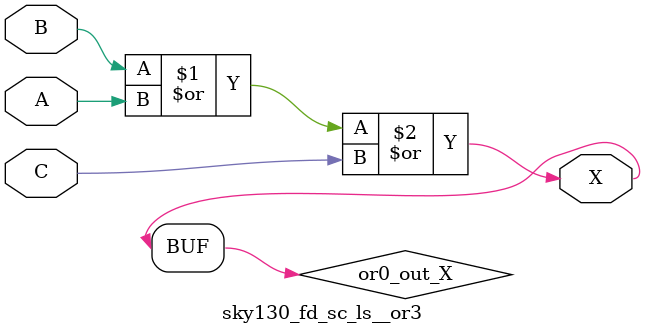
<source format=v>
/*
 * Copyright 2020 The SkyWater PDK Authors
 *
 * Licensed under the Apache License, Version 2.0 (the "License");
 * you may not use this file except in compliance with the License.
 * You may obtain a copy of the License at
 *
 *     https://www.apache.org/licenses/LICENSE-2.0
 *
 * Unless required by applicable law or agreed to in writing, software
 * distributed under the License is distributed on an "AS IS" BASIS,
 * WITHOUT WARRANTIES OR CONDITIONS OF ANY KIND, either express or implied.
 * See the License for the specific language governing permissions and
 * limitations under the License.
 *
 * SPDX-License-Identifier: Apache-2.0
*/


`ifndef SKY130_FD_SC_LS__OR3_FUNCTIONAL_V
`define SKY130_FD_SC_LS__OR3_FUNCTIONAL_V

/**
 * or3: 3-input OR.
 *
 * Verilog simulation functional model.
 */

`timescale 1ns / 1ps
`default_nettype none

`celldefine
module sky130_fd_sc_ls__or3 (
    X,
    A,
    B,
    C
);

    // Module ports
    output X;
    input  A;
    input  B;
    input  C;

    // Local signals
    wire or0_out_X;

    //  Name  Output     Other arguments
    or  or0  (or0_out_X, B, A, C        );
    buf buf0 (X        , or0_out_X      );

endmodule
`endcelldefine

`default_nettype wire
`endif  // SKY130_FD_SC_LS__OR3_FUNCTIONAL_V
</source>
